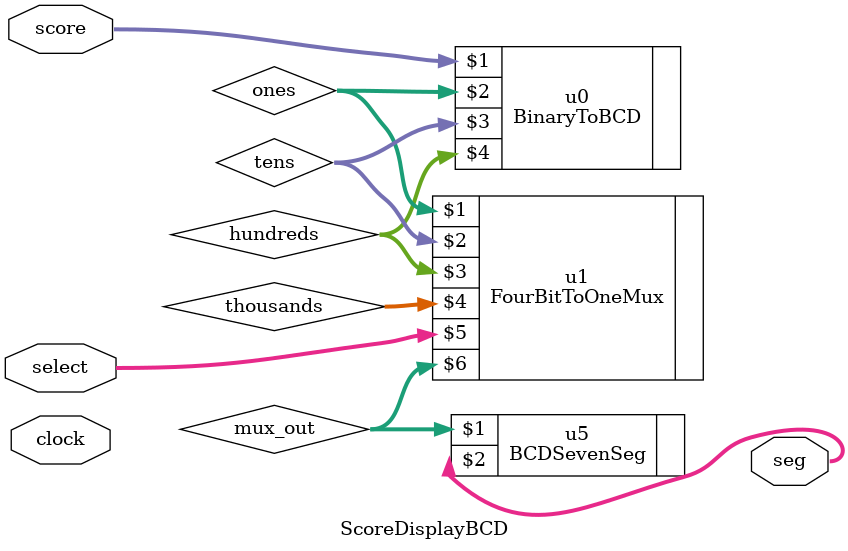
<source format=v>
`timescale 1ns / 1ps

module ScoreDisplayBCD(input clock, input [9:0] score, input[1:0] select, output [6:0] seg);
    wire [3:0] mux_out;
    wire [3:0] ones, tens, hundreds, thousands; 
    BinaryToBCD u0(score, ones, tens, hundreds);
    FourBitToOneMux u1(ones, tens, hundreds, thousands, select, mux_out);
    BCDSevenSeg u5(mux_out, seg);
endmodule
</source>
